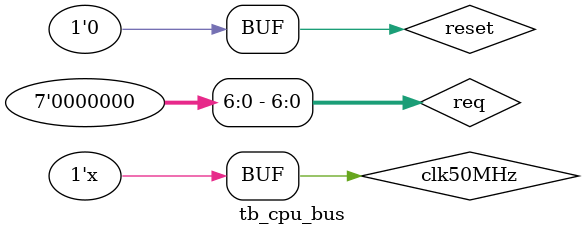
<source format=v>
`timescale 1ns / 1ps

module tb_cpu_bus();

parameter BUS_WIDTH = 32;
parameter CTRL_WIDTH = 8;

reg clk50MHz;

wire [BUS_WIDTH-1:0] bus;
wire [CTRL_WIDTH-1:0] ctrl;

wire [7:0] req;
assign req[6:0] = 0;

wire [7:0] ack;
      
wire [BUS_WIDTH-1:0] slave_out; 
wire [CTRL_WIDTH-1:0] slave_ctrl_out;                   
tb_test_slave   slave(.bus_in(bus),
                      .ack(ack[3]),
                      .clk(clk50MHz),
                      .bus_out(slave_out),
                      .ctrl_in(ctrl),
                      .ctrl_out(slave_ctrl_out));
                     
wire [BUS_WIDTH-1:0] cpu_out;  
wire [CTRL_WIDTH-1:0] cpu_ctrl_out;     
        
reg reset;
wire [31:0] pc;
wire [31:0] instr;
mips cpu(.clk(clk50MHz),
         .reset(reset),
         .bus_ctrl_in(ctrl),
         .bus_ack(ack[7]),
         .bus_ctrl_out(cpu_ctrl_out),
         .bus_req(req[7]),
         .bus_data_in(bus),
         .bus_data_out(cpu_out),
         .pc(pc),
         .instr(instr));
        
imem instr_mem(.addr(pc[7:2]),
               .data_r(instr));        
              
BusController controller(.req(req),
                         .clk(clk50MHz),
                         .ack(ack),
                         .bus_in_3(slave_out),
                         .bus_in_7(cpu_out),
                         .bus_out(bus),
                         .ctrl_in_3(slave_ctrl_out),
                         .ctrl_in_7(cpu_ctrl_out),
                         .ctrl_out(ctrl));

initial begin
    clk50MHz <= 1;
    reset <= 1;
    #3 reset <= 0;
end
                
always begin
    #5 clk50MHz = ~clk50MHz;
end

endmodule


</source>
